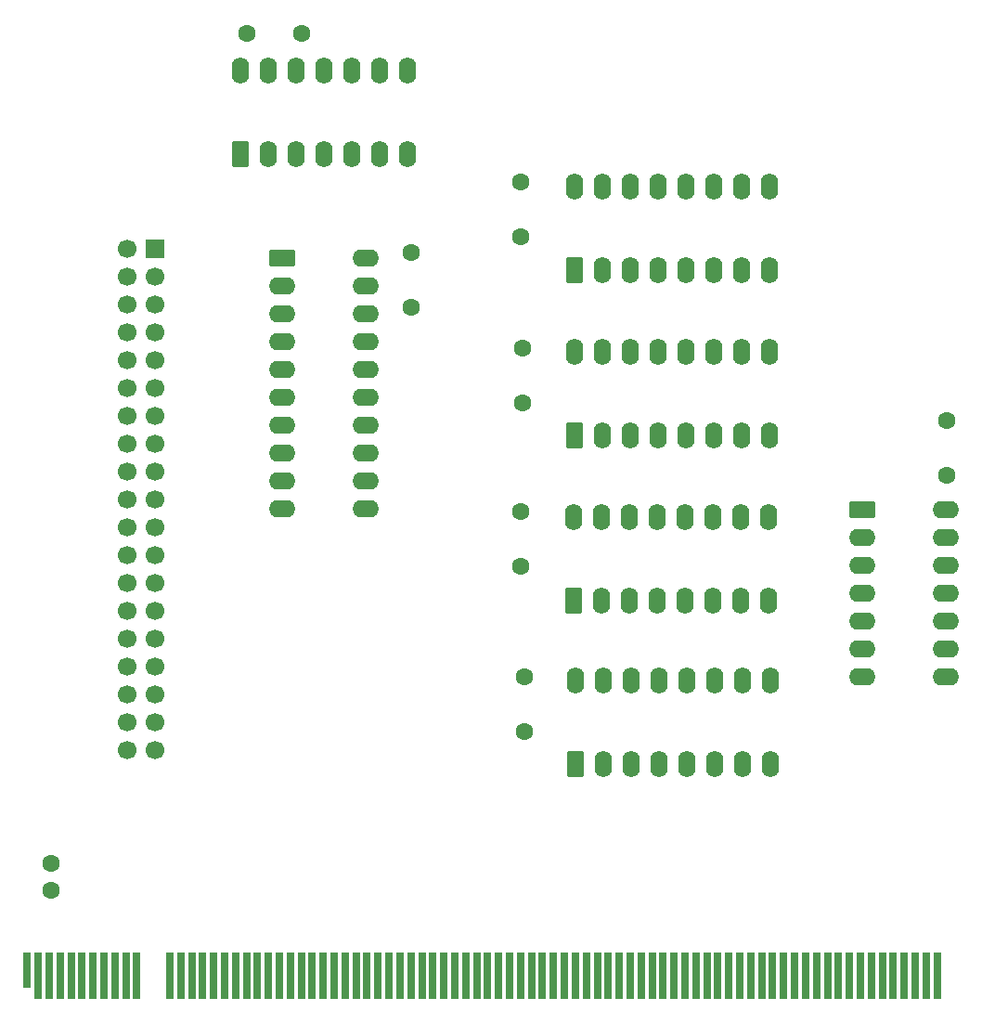
<source format=gbr>
%TF.GenerationSoftware,KiCad,Pcbnew,9.0.5*%
%TF.CreationDate,2025-11-19T18:16:15+02:00*%
%TF.ProjectId,interface,696e7465-7266-4616-9365-2e6b69636164,rev?*%
%TF.SameCoordinates,Original*%
%TF.FileFunction,Soldermask,Bot*%
%TF.FilePolarity,Negative*%
%FSLAX46Y46*%
G04 Gerber Fmt 4.6, Leading zero omitted, Abs format (unit mm)*
G04 Created by KiCad (PCBNEW 9.0.5) date 2025-11-19 18:16:15*
%MOMM*%
%LPD*%
G01*
G04 APERTURE LIST*
G04 Aperture macros list*
%AMRoundRect*
0 Rectangle with rounded corners*
0 $1 Rounding radius*
0 $2 $3 $4 $5 $6 $7 $8 $9 X,Y pos of 4 corners*
0 Add a 4 corners polygon primitive as box body*
4,1,4,$2,$3,$4,$5,$6,$7,$8,$9,$2,$3,0*
0 Add four circle primitives for the rounded corners*
1,1,$1+$1,$2,$3*
1,1,$1+$1,$4,$5*
1,1,$1+$1,$6,$7*
1,1,$1+$1,$8,$9*
0 Add four rect primitives between the rounded corners*
20,1,$1+$1,$2,$3,$4,$5,0*
20,1,$1+$1,$4,$5,$6,$7,0*
20,1,$1+$1,$6,$7,$8,$9,0*
20,1,$1+$1,$8,$9,$2,$3,0*%
G04 Aperture macros list end*
%ADD10RoundRect,0.250000X0.550000X-0.950000X0.550000X0.950000X-0.550000X0.950000X-0.550000X-0.950000X0*%
%ADD11O,1.600000X2.400000*%
%ADD12C,1.600000*%
%ADD13R,1.700000X1.700000*%
%ADD14C,1.700000*%
%ADD15RoundRect,0.250000X-0.950000X-0.550000X0.950000X-0.550000X0.950000X0.550000X-0.950000X0.550000X0*%
%ADD16O,2.400000X1.600000*%
%ADD17R,0.700000X3.200000*%
%ADD18R,0.700000X4.300000*%
G04 APERTURE END LIST*
D10*
%TO.C,U2*%
X113085000Y-43660000D03*
D11*
X115625000Y-43660000D03*
X118165000Y-43660000D03*
X120705000Y-43660000D03*
X123245000Y-43660000D03*
X125785000Y-43660000D03*
X128325000Y-43660000D03*
X128325000Y-36040000D03*
X125785000Y-36040000D03*
X123245000Y-36040000D03*
X120705000Y-36040000D03*
X118165000Y-36040000D03*
X115625000Y-36040000D03*
X113085000Y-36040000D03*
%TD*%
D10*
%TO.C,U7*%
X143610000Y-69280000D03*
D11*
X146150000Y-69280000D03*
X148690000Y-69280000D03*
X151230000Y-69280000D03*
X153770000Y-69280000D03*
X156310000Y-69280000D03*
X158850000Y-69280000D03*
X161390000Y-69280000D03*
X161390000Y-61660000D03*
X158850000Y-61660000D03*
X156310000Y-61660000D03*
X153770000Y-61660000D03*
X151230000Y-61660000D03*
X148690000Y-61660000D03*
X146150000Y-61660000D03*
X143610000Y-61660000D03*
%TD*%
D12*
%TO.C,C7*%
X177550000Y-72950000D03*
X177550000Y-67950000D03*
%TD*%
D13*
%TO.C,PAD2*%
X105290000Y-52270000D03*
D14*
X102750000Y-52270000D03*
X105290000Y-54810000D03*
X102750000Y-54810000D03*
X105290000Y-57350000D03*
X102750000Y-57350000D03*
X105290000Y-59890000D03*
X102750000Y-59890000D03*
X105290000Y-62430000D03*
X102750000Y-62430000D03*
X105290000Y-64970000D03*
X102750000Y-64970000D03*
X105290000Y-67510000D03*
X102750000Y-67510000D03*
X105290000Y-70050000D03*
X102750000Y-70050000D03*
X105290000Y-72590000D03*
X102750000Y-72590000D03*
X105290000Y-75130000D03*
X102750000Y-75130000D03*
X105290000Y-77670000D03*
X102750000Y-77670000D03*
X105290000Y-80210000D03*
X102750000Y-80210000D03*
X105290000Y-82750000D03*
X102750000Y-82750000D03*
X105290000Y-85290000D03*
X102750000Y-85290000D03*
X105290000Y-87830000D03*
X102750000Y-87830000D03*
X105290000Y-90370000D03*
X102750000Y-90370000D03*
X105290000Y-92910000D03*
X102750000Y-92910000D03*
X105290000Y-95450000D03*
X102750000Y-95450000D03*
X105290000Y-97990000D03*
X102750000Y-97990000D03*
%TD*%
D15*
%TO.C,U1*%
X169840000Y-76085000D03*
D16*
X169840000Y-78625000D03*
X169840000Y-81165000D03*
X169840000Y-83705000D03*
X169840000Y-86245000D03*
X169840000Y-88785000D03*
X169840000Y-91325000D03*
X177460000Y-91325000D03*
X177460000Y-88785000D03*
X177460000Y-86245000D03*
X177460000Y-83705000D03*
X177460000Y-81165000D03*
X177460000Y-78625000D03*
X177460000Y-76085000D03*
%TD*%
D12*
%TO.C,C3*%
X138650000Y-76200000D03*
X138650000Y-81200000D03*
%TD*%
D10*
%TO.C,U6*%
X143660000Y-99260000D03*
D11*
X146200000Y-99260000D03*
X148740000Y-99260000D03*
X151280000Y-99260000D03*
X153820000Y-99260000D03*
X156360000Y-99260000D03*
X158900000Y-99260000D03*
X161440000Y-99260000D03*
X161440000Y-91640000D03*
X158900000Y-91640000D03*
X156360000Y-91640000D03*
X153820000Y-91640000D03*
X151280000Y-91640000D03*
X148740000Y-91640000D03*
X146200000Y-91640000D03*
X143660000Y-91640000D03*
%TD*%
D15*
%TO.C,U4*%
X116890000Y-53120000D03*
D16*
X116890000Y-55660000D03*
X116890000Y-58200000D03*
X116890000Y-60740000D03*
X116890000Y-63280000D03*
X116890000Y-65820000D03*
X116890000Y-68360000D03*
X116890000Y-70900000D03*
X116890000Y-73440000D03*
X116890000Y-75980000D03*
X124510000Y-75980000D03*
X124510000Y-73440000D03*
X124510000Y-70900000D03*
X124510000Y-68360000D03*
X124510000Y-65820000D03*
X124510000Y-63280000D03*
X124510000Y-60740000D03*
X124510000Y-58200000D03*
X124510000Y-55660000D03*
X124510000Y-53120000D03*
%TD*%
D10*
%TO.C,U8*%
X143610000Y-54240000D03*
D11*
X146150000Y-54240000D03*
X148690000Y-54240000D03*
X151230000Y-54240000D03*
X153770000Y-54240000D03*
X156310000Y-54240000D03*
X158850000Y-54240000D03*
X161390000Y-54240000D03*
X161390000Y-46620000D03*
X158850000Y-46620000D03*
X156310000Y-46620000D03*
X153770000Y-46620000D03*
X151230000Y-46620000D03*
X148690000Y-46620000D03*
X146150000Y-46620000D03*
X143610000Y-46620000D03*
%TD*%
D12*
%TO.C,C6*%
X113700000Y-32600000D03*
X118700000Y-32600000D03*
%TD*%
%TO.C,C8*%
X95800000Y-110800000D03*
X95800000Y-108300000D03*
%TD*%
D10*
%TO.C,U5*%
X143450000Y-84370000D03*
D11*
X145990000Y-84370000D03*
X148530000Y-84370000D03*
X151070000Y-84370000D03*
X153610000Y-84370000D03*
X156150000Y-84370000D03*
X158690000Y-84370000D03*
X161230000Y-84370000D03*
X161230000Y-76750000D03*
X158690000Y-76750000D03*
X156150000Y-76750000D03*
X153610000Y-76750000D03*
X151070000Y-76750000D03*
X148530000Y-76750000D03*
X145990000Y-76750000D03*
X143450000Y-76750000D03*
%TD*%
D12*
%TO.C,C4*%
X138800000Y-61300000D03*
X138800000Y-66300000D03*
%TD*%
%TO.C,C5*%
X138700000Y-46200000D03*
X138700000Y-51200000D03*
%TD*%
%TO.C,C2*%
X139000000Y-91300000D03*
X139000000Y-96300000D03*
%TD*%
%TO.C,C1*%
X128700000Y-52650000D03*
X128700000Y-57650000D03*
%TD*%
D17*
%TO.C,BC1*%
X93650000Y-118050000D03*
D18*
X94650000Y-118600000D03*
X95650000Y-118600000D03*
X96650000Y-118600000D03*
X97650000Y-118600000D03*
X98650000Y-118600000D03*
X99650000Y-118600000D03*
X100650000Y-118600000D03*
X101650000Y-118600000D03*
X102650000Y-118600000D03*
X103650000Y-118600000D03*
X106650000Y-118600000D03*
X107650000Y-118600000D03*
X108650000Y-118600000D03*
X109650000Y-118600000D03*
X110650000Y-118600000D03*
X111650000Y-118600000D03*
X112650000Y-118600000D03*
X113650000Y-118600000D03*
X114650000Y-118600000D03*
X115650000Y-118600000D03*
X116650000Y-118600000D03*
X117650000Y-118600000D03*
X118650000Y-118600000D03*
X119650000Y-118600000D03*
X120650000Y-118600000D03*
X121650000Y-118600000D03*
X122650000Y-118600000D03*
X123650000Y-118600000D03*
X124650000Y-118600000D03*
X125650000Y-118600000D03*
X126650000Y-118600000D03*
X127650000Y-118600000D03*
X128650000Y-118600000D03*
X129650000Y-118600000D03*
X130650000Y-118600000D03*
X131650000Y-118600000D03*
X132650000Y-118600000D03*
X133650000Y-118600000D03*
X134650000Y-118600000D03*
X135650000Y-118600000D03*
X136650000Y-118600000D03*
X137650000Y-118600000D03*
X138650000Y-118600000D03*
X139650000Y-118600000D03*
X140650000Y-118600000D03*
X141650000Y-118600000D03*
X142650000Y-118600000D03*
X143650000Y-118600000D03*
X144650000Y-118600000D03*
X145650000Y-118600000D03*
X146650000Y-118600000D03*
X147650000Y-118600000D03*
X148650000Y-118600000D03*
X149650000Y-118600000D03*
X150650000Y-118600000D03*
X151650000Y-118600000D03*
X152650000Y-118600000D03*
X153650000Y-118600000D03*
X154650000Y-118600000D03*
X155650000Y-118600000D03*
X156650000Y-118600000D03*
X157650000Y-118600000D03*
X158650000Y-118600000D03*
X159650000Y-118600000D03*
X160650000Y-118600000D03*
X161650000Y-118600000D03*
X162650000Y-118600000D03*
X163650000Y-118600000D03*
X164650000Y-118600000D03*
X165650000Y-118600000D03*
X166650000Y-118600000D03*
X167650000Y-118600000D03*
X168650000Y-118600000D03*
X169650000Y-118600000D03*
X170650000Y-118600000D03*
X171650000Y-118600000D03*
X172650000Y-118600000D03*
X173650000Y-118600000D03*
X174650000Y-118600000D03*
X175650000Y-118600000D03*
X176650000Y-118600000D03*
%TD*%
M02*

</source>
